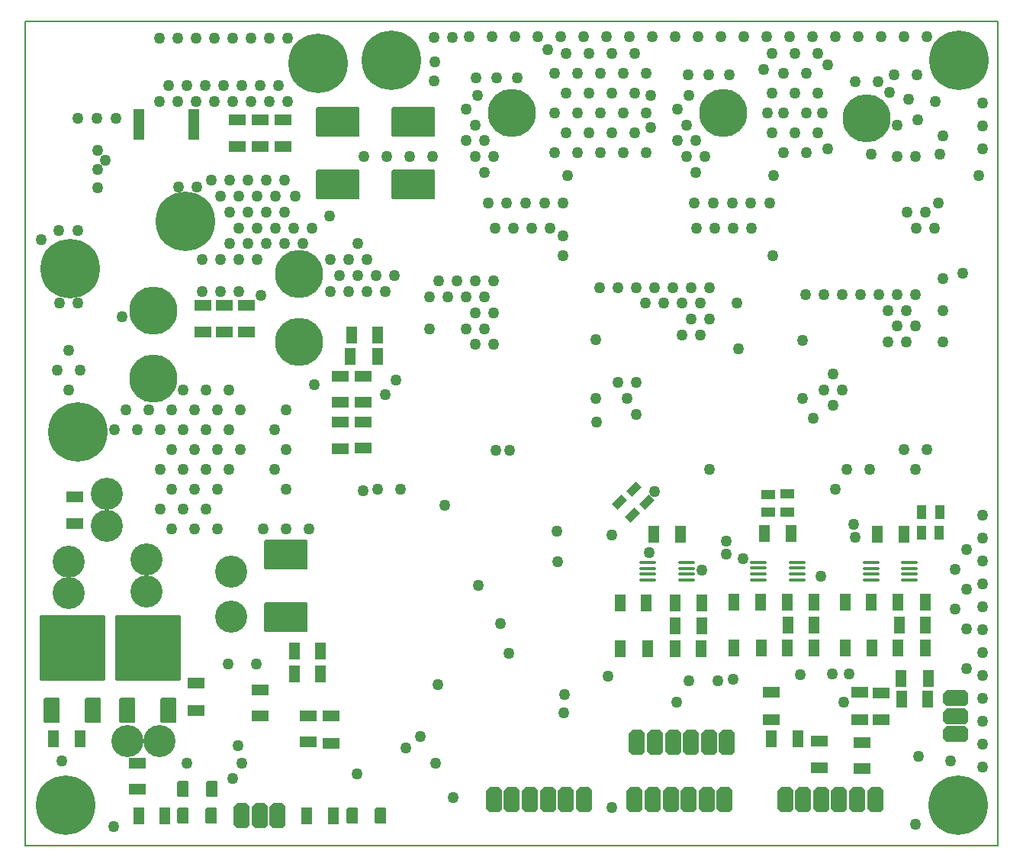
<source format=gbr>
G04 PROTEUS RS274X GERBER FILE*
%FSLAX45Y45*%
%MOMM*%
G01*
%ADD56C,1.270000*%
%ADD18C,1.016000*%
%ADD59C,5.334000*%
%AMPPAD075*
4,1,4,
0.571500,0.901700,
-0.571500,0.901700,
-0.571500,-0.901700,
0.571500,-0.901700,
0.571500,0.901700,
0*%
%ADD85PPAD075*%
%AMPPAD076*
4,1,4,
-0.901700,0.571500,
-0.901700,-0.571500,
0.901700,-0.571500,
0.901700,0.571500,
-0.901700,0.571500,
0*%
%ADD86PPAD076*%
%AMPPAD077*
4,1,36,
3.492500,3.619500,
-3.492500,3.619500,
-3.518470,3.616970,
-3.542480,3.609700,
-3.564080,3.598150,
-3.582790,3.582790,
-3.598150,3.564070,
-3.609700,3.542480,
-3.616970,3.518470,
-3.619500,3.492500,
-3.619500,-3.492500,
-3.616970,-3.518470,
-3.609700,-3.542480,
-3.598150,-3.564070,
-3.582790,-3.582790,
-3.564080,-3.598150,
-3.542480,-3.609700,
-3.518470,-3.616970,
-3.492500,-3.619500,
3.492500,-3.619500,
3.518470,-3.616970,
3.542480,-3.609700,
3.564080,-3.598150,
3.582790,-3.582790,
3.598150,-3.564070,
3.609700,-3.542480,
3.616970,-3.518470,
3.619500,-3.492500,
3.619500,3.492500,
3.616970,3.518470,
3.609700,3.542480,
3.598150,3.564070,
3.582790,3.582790,
3.564080,3.598150,
3.542480,3.609700,
3.518470,3.616970,
3.492500,3.619500,
0*%
%ADD87PPAD077*%
%AMPPAD078*
4,1,36,
0.762000,1.397000,
-0.762000,1.397000,
-0.787970,1.394470,
-0.811980,1.387200,
-0.833580,1.375650,
-0.852290,1.360290,
-0.867650,1.341570,
-0.879200,1.319980,
-0.886470,1.295970,
-0.889000,1.270000,
-0.889000,-1.270000,
-0.886470,-1.295970,
-0.879200,-1.319980,
-0.867650,-1.341570,
-0.852290,-1.360290,
-0.833580,-1.375650,
-0.811980,-1.387200,
-0.787970,-1.394470,
-0.762000,-1.397000,
0.762000,-1.397000,
0.787970,-1.394470,
0.811980,-1.387200,
0.833580,-1.375650,
0.852290,-1.360290,
0.867650,-1.341570,
0.879200,-1.319980,
0.886470,-1.295970,
0.889000,-1.270000,
0.889000,1.270000,
0.886470,1.295970,
0.879200,1.319980,
0.867650,1.341570,
0.852290,1.360290,
0.833580,1.375650,
0.811980,1.387200,
0.787970,1.394470,
0.762000,1.397000,
0*%
%ADD88PPAD078*%
%ADD65C,6.604000*%
%AMPPAD039*
4,1,36,
0.901700,-0.025400,
0.901700,0.025400,
0.898160,0.061750,
0.887980,0.095370,
0.871810,0.125600,
0.850300,0.151800,
0.824110,0.173310,
0.793870,0.189480,
0.760250,0.199660,
0.723900,0.203200,
-0.723900,0.203200,
-0.760250,0.199660,
-0.793870,0.189480,
-0.824110,0.173310,
-0.850300,0.151800,
-0.871810,0.125600,
-0.887980,0.095370,
-0.898160,0.061750,
-0.901700,0.025400,
-0.901700,-0.025400,
-0.898160,-0.061750,
-0.887980,-0.095370,
-0.871810,-0.125600,
-0.850300,-0.151800,
-0.824110,-0.173310,
-0.793870,-0.189480,
-0.760250,-0.199660,
-0.723900,-0.203200,
0.723900,-0.203200,
0.760250,-0.199660,
0.793870,-0.189480,
0.824110,-0.173310,
0.850300,-0.151800,
0.871810,-0.125600,
0.887980,-0.095370,
0.898160,-0.061750,
0.901700,-0.025400,
0*%
%ADD45PPAD039*%
%AMPPAD079*
4,1,36,
-0.508000,-0.889000,
0.508000,-0.889000,
0.533970,-0.886470,
0.557980,-0.879200,
0.579580,-0.867650,
0.598290,-0.852290,
0.613650,-0.833570,
0.625200,-0.811980,
0.632470,-0.787970,
0.635000,-0.762000,
0.635000,0.762000,
0.632470,0.787970,
0.625200,0.811980,
0.613650,0.833570,
0.598290,0.852290,
0.579580,0.867650,
0.557980,0.879200,
0.533970,0.886470,
0.508000,0.889000,
-0.508000,0.889000,
-0.533970,0.886470,
-0.557980,0.879200,
-0.579580,0.867650,
-0.598290,0.852290,
-0.613650,0.833570,
-0.625200,0.811980,
-0.632470,0.787970,
-0.635000,0.762000,
-0.635000,-0.762000,
-0.632470,-0.787970,
-0.625200,-0.811980,
-0.613650,-0.833570,
-0.598290,-0.852290,
-0.579580,-0.867650,
-0.557980,-0.879200,
-0.533970,-0.886470,
-0.508000,-0.889000,
0*%
%ADD89PPAD079*%
%AMPPAD067*
4,1,8,
-1.397000,-0.509800,
-1.397000,0.509800,
-1.017800,0.889000,
1.017800,0.889000,
1.397000,0.509800,
1.397000,-0.509800,
1.017800,-0.889000,
-1.017800,-0.889000,
-1.397000,-0.509800,
0*%
%ADD77PPAD067*%
%AMPPAD068*
4,1,8,
-0.509800,1.397000,
0.509800,1.397000,
0.889000,1.017800,
0.889000,-1.017800,
0.509800,-1.397000,
-0.509800,-1.397000,
-0.889000,-1.017800,
-0.889000,1.017800,
-0.509800,1.397000,
0*%
%ADD78PPAD068*%
%ADD79C,3.556000*%
%AMPPAD080*
4,1,36,
-2.413000,-1.524000,
-2.413000,1.524000,
-2.410470,1.549970,
-2.403200,1.573980,
-2.391650,1.595580,
-2.376290,1.614290,
-2.357570,1.629650,
-2.335980,1.641200,
-2.311970,1.648470,
-2.286000,1.651000,
2.286000,1.651000,
2.311970,1.648470,
2.335980,1.641200,
2.357570,1.629650,
2.376290,1.614290,
2.391650,1.595580,
2.403200,1.573980,
2.410470,1.549970,
2.413000,1.524000,
2.413000,-1.524000,
2.410470,-1.549970,
2.403200,-1.573980,
2.391650,-1.595580,
2.376290,-1.614290,
2.357570,-1.629650,
2.335980,-1.641200,
2.311970,-1.648470,
2.286000,-1.651000,
-2.286000,-1.651000,
-2.311970,-1.648470,
-2.335980,-1.641200,
-2.357570,-1.629650,
-2.376290,-1.614290,
-2.391650,-1.595580,
-2.403200,-1.573980,
-2.410470,-1.549970,
-2.413000,-1.524000,
0*%
%ADD90PPAD080*%
%AMPPAD081*
4,1,4,
0.844140,0.179610,
0.179610,0.844140,
-0.844140,-0.179610,
-0.179610,-0.844140,
0.844140,0.179610,
0*%
%ADD91PPAD081*%
%AMPPAD082*
4,1,4,
0.723900,-0.469900,
0.723900,0.469900,
-0.723900,0.469900,
-0.723900,-0.469900,
0.723900,-0.469900,
0*%
%ADD92PPAD082*%
%AMPPAD083*
4,1,4,
-0.469900,-0.723900,
0.469900,-0.723900,
0.469900,0.723900,
-0.469900,0.723900,
-0.469900,-0.723900,
0*%
%ADD93PPAD083*%
%AMPPAD084*
4,1,4,
-0.622300,-1.701800,
0.622300,-1.701800,
0.622300,1.701800,
-0.622300,1.701800,
-0.622300,-1.701800,
0*%
%ADD94PPAD084*%
%ADD41C,0.203200*%
D56*
X+4013200Y+1052310D03*
X+3911600Y+1228286D03*
X+4114800Y+1228286D03*
X+3810000Y+1404262D03*
X+4013200Y+1404262D03*
X+3911600Y+1580238D03*
X+3810000Y+1756214D03*
X+3937000Y+1905000D03*
X+8597900Y+1228286D03*
X+8801100Y+1228286D03*
X+8597900Y+1580238D03*
X+8724900Y+1866900D03*
X+6363969Y+1052310D03*
X+6262369Y+1228286D03*
X+6465569Y+1228286D03*
X+6160769Y+1404262D03*
X+6363969Y+1404262D03*
X+6262369Y+1580238D03*
X+6160769Y+1756214D03*
X+6286500Y+1905000D03*
X+7747000Y-3429000D03*
X+6428649Y-3363510D03*
X+8305800Y+1257545D03*
X+9067800Y+1257545D03*
X+8509000Y+1943100D03*
X+8559800Y+2137425D03*
X+8813800Y+2137425D03*
X+7519052Y-4519896D03*
X+7874000Y-4508500D03*
X+5384021Y-4535575D03*
X+4283159Y-4283011D03*
X+4826045Y-3267760D03*
X+2667000Y-2476500D03*
X+7543800Y-812800D03*
X+8127850Y-2993866D03*
X+8118219Y-2853714D03*
X+5249412Y-804176D03*
X+6696244Y-3035770D03*
X+5257800Y-1714500D03*
X+5905500Y-2489200D03*
X+6698805Y-3180794D03*
X+7664736Y-1676863D03*
X+8826500Y+1638300D03*
X+9105900Y+1460500D03*
X+8802625Y-6177544D03*
X+8064500Y-4508500D03*
X+8001000Y-4826000D03*
X+6286500Y-4584700D03*
X+6604000Y-4584700D03*
X+6153231Y-4826944D03*
X+6778656Y-4571579D03*
X+3944752Y-3532550D03*
X+5431385Y-2971800D03*
X+5842000Y-3162300D03*
X+6883138Y-3230089D03*
X+6832600Y-901700D03*
D18*
X+5249124Y-1453322D03*
D56*
X+3850575Y+2560320D03*
X+4104575Y+2560320D03*
X+4358575Y+2560320D03*
X+4612575Y+2560320D03*
X+4866575Y+2560320D03*
X+5120575Y+2560320D03*
X+5374575Y+2560320D03*
X+5628575Y+2560320D03*
X+5882575Y+2560320D03*
X+6136575Y+2560320D03*
X+6390575Y+2560320D03*
X+6644575Y+2560320D03*
X+6898575Y+2560320D03*
X+7152575Y+2560320D03*
X+7406575Y+2560320D03*
X+7660575Y+2560320D03*
X+7914575Y+2560320D03*
X+8168575Y+2560320D03*
X+8422575Y+2560320D03*
X+8676575Y+2560320D03*
X+8930575Y+2560320D03*
X+9545320Y+1821839D03*
X+9545320Y+1567839D03*
X+9545320Y+1313839D03*
X+9545320Y-2750161D03*
X+9545320Y-3004161D03*
X+9545320Y-3258161D03*
X+9545320Y-3512161D03*
X+9545320Y-3766161D03*
X+9545320Y-4020161D03*
X+9545320Y-4274161D03*
X+9545320Y-4528161D03*
X+9545320Y-4782161D03*
X+9545320Y-5036161D03*
X+9545320Y-5290161D03*
X+9545320Y-5544161D03*
X+5430518Y-5990308D03*
X+9367518Y-4450518D03*
X+9367518Y-4010578D03*
X+9240518Y-3790608D03*
X+9367518Y-3570638D03*
X+9240518Y-3350668D03*
X+9367518Y-3130698D03*
X+4795518Y+1268702D03*
X+5049518Y+1268702D03*
X+5303518Y+1268702D03*
X+5557518Y+1268702D03*
X+5811518Y+1268702D03*
X+7335518Y+1268702D03*
X+7589518Y+1268702D03*
X+4922518Y+1488672D03*
X+5176518Y+1488672D03*
X+5430518Y+1488672D03*
X+5684518Y+1488672D03*
X+7208518Y+1488672D03*
X+7462518Y+1488672D03*
X+7716518Y+1488672D03*
X+4795518Y+1708642D03*
X+5049518Y+1708642D03*
X+5303518Y+1708642D03*
X+5557518Y+1708642D03*
X+5811518Y+1708642D03*
X+7335518Y+1708642D03*
X+7589518Y+1708642D03*
X+4922518Y+1928612D03*
X+5176518Y+1928612D03*
X+5430518Y+1928612D03*
X+5684518Y+1928612D03*
X+7208518Y+1928612D03*
X+7462518Y+1928612D03*
X+7716518Y+1928612D03*
X+4795518Y+2148582D03*
X+5049518Y+2148582D03*
X+5303518Y+2148582D03*
X+5557518Y+2148582D03*
X+5811518Y+2148582D03*
X+7335518Y+2148582D03*
X+7589518Y+2148582D03*
X+4922518Y+2368552D03*
X+5176518Y+2368552D03*
X+5430518Y+2368552D03*
X+5684518Y+2368552D03*
X+7208518Y+2368552D03*
X+7462518Y+2368552D03*
X+7716518Y+2368552D03*
X+5249412Y-1454150D03*
X+7545632Y-1454630D03*
X+2602489Y-5621043D03*
X+7226300Y+1016000D03*
X+7213600Y+127000D03*
X+4940300Y+1016000D03*
X+4889500Y+127000D03*
X+9321800Y-63500D03*
X+9499600Y+1016000D03*
X+8831424Y-5427206D03*
X+3034848Y-1251986D03*
X+3576345Y-2643122D03*
X+4818888Y-2925288D03*
X+9016999Y+1837037D03*
X+8127999Y+2057007D03*
X+8381999Y+2057007D03*
X+3924300Y+2105292D03*
X+4152900Y+2105292D03*
X+4381500Y+2105292D03*
X+6273914Y+2139798D03*
X+6502514Y+2139798D03*
X+6731114Y+2139798D03*
X+3500118Y-4626494D03*
X+7157718Y+1708642D03*
X+7767318Y+1708642D03*
X+4719318Y+2412546D03*
X+1021080Y+1841696D03*
X+1224280Y+1841696D03*
X+1427480Y+1841696D03*
X+1630680Y+1841696D03*
X+1833880Y+1841696D03*
X+513080Y+2017672D03*
X+716280Y+2017672D03*
X+919480Y+2017672D03*
X+1122680Y+2017672D03*
X+1325880Y+2017672D03*
X+1529080Y+2017672D03*
X+1732280Y+2017672D03*
X+411480Y+2545600D03*
X+614680Y+2545600D03*
X+817880Y+2545600D03*
X+1021080Y+2545600D03*
X+1224280Y+2545600D03*
X+1427480Y+2545600D03*
X+1630680Y+2545600D03*
X+1833880Y+2545600D03*
X+886143Y-266666D03*
X+1089343Y-266666D03*
X+1292543Y-266666D03*
X+2308543Y-266666D03*
X+2511743Y-266666D03*
X+2714943Y-266666D03*
X+2918143Y-266666D03*
X+2410143Y-90690D03*
X+2613343Y-90690D03*
X+2816543Y-90690D03*
X+3019743Y-90690D03*
X+886143Y+85286D03*
X+1089343Y+85286D03*
X+1292543Y+85286D03*
X+1495743Y+85286D03*
X+2308543Y+85286D03*
X+2511743Y+85286D03*
X+2714943Y+85286D03*
X+1190943Y+261262D03*
X+1394143Y+261262D03*
X+1597343Y+261262D03*
X+1800543Y+261262D03*
X+2003743Y+261262D03*
X+2613343Y+261262D03*
X+1292543Y+437238D03*
X+1495743Y+437238D03*
X+1698943Y+437238D03*
X+1902143Y+437238D03*
X+2105343Y+437238D03*
X+4137343Y+437238D03*
X+4340543Y+437238D03*
X+4543743Y+437238D03*
X+4746943Y+437238D03*
X+6372543Y+437238D03*
X+6575743Y+437238D03*
X+6778943Y+437238D03*
X+6982143Y+437238D03*
X+8810943Y+437238D03*
X+9014143Y+437238D03*
X+1190943Y+613214D03*
X+1394143Y+613214D03*
X+1597343Y+613214D03*
X+1800543Y+613214D03*
X+8709343Y+613214D03*
X+8912543Y+613214D03*
X+1089343Y+789190D03*
X+1292543Y+789190D03*
X+1495743Y+789190D03*
X+1698943Y+789190D03*
X+987743Y+965166D03*
X+1190943Y+965166D03*
X+1394143Y+965166D03*
X+1597343Y+965166D03*
X+1800543Y+965166D03*
X+7828280Y+1317455D03*
X+7117080Y+2197335D03*
X+3459480Y+2549287D03*
X+3662680Y+2549287D03*
X+4191000Y-3949700D03*
X+3472115Y-5497269D03*
X+3671704Y-5885200D03*
X+2130561Y-1303277D03*
X+2915774Y-1409717D03*
X+411480Y+1841696D03*
X+614680Y+1841696D03*
X+817880Y+1841696D03*
X-701040Y-395875D03*
X-497840Y-395875D03*
X-904240Y+308029D03*
X-193040Y+1187909D03*
X-96520Y-6201665D03*
X+1224280Y-5673737D03*
X+716280Y-5497761D03*
X+1325880Y-5497761D03*
X+3459480Y+2069207D03*
X+7828280Y+2245183D03*
X-5081Y-548813D03*
X+4889499Y+353062D03*
X+4056379Y+713812D03*
X+4264659Y+713812D03*
X+4472939Y+713812D03*
X+4681219Y+713812D03*
X+4889499Y+713812D03*
X+6347459Y+713812D03*
X+6555739Y+713812D03*
X+6764019Y+713812D03*
X+6972299Y+713812D03*
X+7180579Y+713812D03*
X+9055099Y+713812D03*
X+619759Y+894187D03*
X+828039Y+894187D03*
X-492760Y+1654722D03*
X-284480Y+1654722D03*
X-76200Y+1654722D03*
X+9192260Y-5478721D03*
X+1485900Y-4396471D03*
X+3464560Y+2277404D03*
X+1277620Y-5306641D03*
X+1173480Y-4404766D03*
X+5859780Y+1547609D03*
X+5859780Y+1908359D03*
X-706169Y+406400D03*
X-497889Y+406400D03*
X-279400Y+878585D03*
X-279400Y+1086865D03*
X-279400Y+1295145D03*
X+3913451Y-857244D03*
X+4116651Y-857244D03*
X+3405451Y-681268D03*
X+3811851Y-681268D03*
X+4015051Y-681268D03*
X+3913451Y-505292D03*
X+4116651Y-505292D03*
X+3405451Y-329316D03*
X+3608651Y-329316D03*
X+3811851Y-329316D03*
X+4015051Y-329316D03*
X+3507051Y-153340D03*
X+3710251Y-153340D03*
X+3913451Y-153340D03*
X+4116651Y-153340D03*
X+5697295Y-1631085D03*
X+5595695Y-1455109D03*
X+5494095Y-1279133D03*
X+5697295Y-1279133D03*
X+6205295Y-751205D03*
X+6408495Y-751205D03*
X+6306895Y-575229D03*
X+6510095Y-575229D03*
X+5798895Y-399253D03*
X+6002095Y-399253D03*
X+6205295Y-399253D03*
X+6408495Y-399253D03*
X+6814895Y-399253D03*
X+5290895Y-223277D03*
X+5494095Y-223277D03*
X+5697295Y-223277D03*
X+5900495Y-223277D03*
X+6103695Y-223277D03*
X+6306895Y-223277D03*
X+6510095Y-223277D03*
X+7881619Y-1533571D03*
X+7780019Y-1357595D03*
X+7983219Y-1357595D03*
X+7881619Y-1181619D03*
X+8491219Y-829667D03*
X+8694419Y-829667D03*
X+9100819Y-829667D03*
X+8592819Y-653691D03*
X+8796019Y-653691D03*
X+8491219Y-477715D03*
X+8694419Y-477715D03*
X+9100819Y-477715D03*
X+7576819Y-301739D03*
X+7780019Y-301739D03*
X+7983219Y-301739D03*
X+8186419Y-301739D03*
X+8389619Y-301739D03*
X+8592819Y-301739D03*
X+8796019Y-301739D03*
X+9100819Y-125763D03*
D18*
X-672147Y-5478139D03*
D56*
X+4292600Y-2032000D03*
X+4895850Y-4946650D03*
X+3145817Y-5333103D03*
X+3302000Y-5207000D03*
X+4902200Y-4737100D03*
X+4140200Y-2032000D03*
X+1537861Y-309908D03*
X+2299861Y+569972D03*
X+1918861Y+789942D03*
X+2680861Y+1229882D03*
X+2934861Y+1229882D03*
X+3188861Y+1229882D03*
X+3442861Y+1229882D03*
X-672147Y-5473700D03*
X+541019Y-2904531D03*
X+795019Y-2904531D03*
X+1049019Y-2904531D03*
X+1557019Y-2904531D03*
X+1811019Y-2904531D03*
X+2065019Y-2904531D03*
X+414019Y-2684561D03*
X+668019Y-2684561D03*
X+922019Y-2684561D03*
X+541019Y-2464591D03*
X+795019Y-2464591D03*
X+1049019Y-2464591D03*
X+1811019Y-2464591D03*
X+2827019Y-2464591D03*
X+3081019Y-2464591D03*
X+7907019Y-2464591D03*
X+414019Y-2244621D03*
X+668019Y-2244621D03*
X+922019Y-2244621D03*
X+1176019Y-2244621D03*
X+1684019Y-2244621D03*
X+6510019Y-2244621D03*
X+8034019Y-2244621D03*
X+8288019Y-2244621D03*
X+8796019Y-2244621D03*
X+541019Y-2024651D03*
X+795019Y-2024651D03*
X+1049019Y-2024651D03*
X+1303019Y-2024651D03*
X+1811019Y-2024651D03*
X+8669019Y-2024651D03*
X+8923019Y-2024651D03*
X-93981Y-1804681D03*
X+160019Y-1804681D03*
X+414019Y-1804681D03*
X+668019Y-1804681D03*
X+922019Y-1804681D03*
X+1176019Y-1804681D03*
X+1684019Y-1804681D03*
X+33019Y-1584711D03*
X+287019Y-1584711D03*
X+541019Y-1584711D03*
X+795019Y-1584711D03*
X+1049019Y-1584711D03*
X+1303019Y-1584711D03*
X+1811019Y-1584711D03*
X-601981Y-1364741D03*
X+668019Y-1364741D03*
X+922019Y-1364741D03*
X+1176019Y-1364741D03*
X-728981Y-1144771D03*
X-474981Y-1144771D03*
X-601981Y-924801D03*
D59*
X+4318000Y+1714500D03*
X+6667500Y+1714500D03*
X+8255000Y+1651000D03*
D85*
X+2827300Y-990600D03*
X+2527300Y-990600D03*
X+2542100Y-749300D03*
X+2832100Y-749300D03*
D86*
X+2667000Y-1206500D03*
X+2667000Y-1496500D03*
D87*
X-553200Y-4224020D03*
D88*
X-324600Y-4914900D03*
X-781800Y-4914900D03*
D87*
X+285000Y-4224020D03*
D88*
X+513600Y-4914900D03*
X+56400Y-4914900D03*
D86*
X+1275080Y+1337438D03*
X+1275080Y+1637438D03*
X+1783080Y+1337438D03*
X+1783080Y+1637438D03*
X+1529080Y+1337438D03*
X+1529080Y+1637438D03*
X+1371600Y-719100D03*
X+1371600Y-419100D03*
X+889000Y-719100D03*
X+889000Y-419100D03*
X+1130300Y-719100D03*
X+1130300Y-419100D03*
D65*
X-495300Y-1828800D03*
X-580503Y-12700D03*
D85*
X-469100Y-5232400D03*
X-769100Y-5232400D03*
D86*
X+818400Y-4914900D03*
X+818400Y-4614900D03*
X+2413000Y-1714500D03*
X+2413000Y-2014500D03*
X+2667000Y-1714500D03*
X+2667000Y-2004500D03*
X+2413000Y-1206500D03*
X+2413000Y-1496500D03*
D45*
X+6259000Y-3273402D03*
X+6259000Y-3338402D03*
X+6259000Y-3403402D03*
X+6259000Y-3468402D03*
X+5829000Y-3468402D03*
X+5829000Y-3403402D03*
X+5829000Y-3338402D03*
X+5829000Y-3273402D03*
X+7486107Y-3273033D03*
X+7486107Y-3338033D03*
X+7486107Y-3403033D03*
X+7486107Y-3468033D03*
X+7056107Y-3468033D03*
X+7056107Y-3403033D03*
X+7056107Y-3338033D03*
X+7056107Y-3273033D03*
X+8735869Y-3274533D03*
X+8735869Y-3339533D03*
X+8735869Y-3404533D03*
X+8735869Y-3469533D03*
X+8305869Y-3469533D03*
X+8305869Y-3404533D03*
X+8305869Y-3339533D03*
X+8305869Y-3274533D03*
D85*
X+6195500Y-2957402D03*
X+5895500Y-2957402D03*
X+7422607Y-2957033D03*
X+7122607Y-2957033D03*
X+8672369Y-2958533D03*
X+8372369Y-2958533D03*
X+6432000Y-3719402D03*
X+6132000Y-3719402D03*
X+7676607Y-3719033D03*
X+7376607Y-3719033D03*
X+8908869Y-3719033D03*
X+8608869Y-3719033D03*
X+6432000Y-3973402D03*
X+6132000Y-3973402D03*
X+5824500Y-4227402D03*
X+5524500Y-4227402D03*
X+5524500Y-3719402D03*
X+5814500Y-3719402D03*
X+6422000Y-4227402D03*
X+6132000Y-4227402D03*
X+6787607Y-3719033D03*
X+7077607Y-3719033D03*
X+7676607Y-3973033D03*
X+7386607Y-3973033D03*
X+8019869Y-3719033D03*
X+8309869Y-3719033D03*
X+8908869Y-3973033D03*
X+8618869Y-3973033D03*
X+7087607Y-4227033D03*
X+6787607Y-4227033D03*
X+7676607Y-4227033D03*
X+7376607Y-4227033D03*
X+8319869Y-4227033D03*
X+8019869Y-4227033D03*
X+8908869Y-4227033D03*
X+8608869Y-4227033D03*
D86*
X+7200900Y-4716500D03*
X+7200900Y-5016500D03*
X+8178800Y-4715376D03*
X+8178800Y-5015376D03*
X+2311400Y-4978400D03*
X+2311400Y-5278400D03*
X-533400Y-2844800D03*
X-533400Y-2544800D03*
D89*
X+673100Y-6083300D03*
X+988060Y-6083300D03*
D77*
X+9245600Y-5181500D03*
X+9245600Y-4981500D03*
X+9245600Y-4781500D03*
D86*
X+8204200Y-5272600D03*
X+8204200Y-5562600D03*
D85*
X+7203000Y-5232400D03*
X+7493000Y-5232400D03*
D86*
X+7731100Y-5259900D03*
X+7731100Y-5549900D03*
D85*
X+8643416Y-4793216D03*
X+8933416Y-4793216D03*
X+467800Y-6083300D03*
X+177800Y-6083300D03*
X+1905000Y-4508500D03*
X+2195000Y-4508500D03*
X+1905000Y-4254500D03*
X+2195000Y-4254500D03*
D86*
X+2057400Y-5268400D03*
X+2057400Y-4978400D03*
X+1524000Y-4686300D03*
X+1524000Y-4976300D03*
D78*
X+8356500Y-5905500D03*
X+8156500Y-5905500D03*
X+7956500Y-5905500D03*
X+7756500Y-5905500D03*
X+7556500Y-5905500D03*
X+7356500Y-5905500D03*
D65*
X+2169810Y+2259156D03*
X+700394Y+507979D03*
D59*
X+1955800Y-76200D03*
X+1955800Y-826200D03*
X+342900Y-482600D03*
X+342900Y-1232600D03*
D65*
X+9283700Y+2298700D03*
X+2984500Y+2298700D03*
X+9271000Y-5969000D03*
X-635000Y-5969000D03*
D78*
X+4124500Y-5905500D03*
X+4324500Y-5905500D03*
X+4524500Y-5905500D03*
X+4724500Y-5905500D03*
X+4924500Y-5905500D03*
X+5124500Y-5905500D03*
X+5686500Y-5905500D03*
X+5886500Y-5905500D03*
X+6086500Y-5905500D03*
X+6286500Y-5905500D03*
X+6486500Y-5905500D03*
X+6686500Y-5905500D03*
X+5712000Y-5270500D03*
X+5912000Y-5270500D03*
X+6112000Y-5270500D03*
X+6312000Y-5270500D03*
X+6512000Y-5270500D03*
X+6712000Y-5270500D03*
X+1722985Y-6086392D03*
X+1522985Y-6086392D03*
X+1322985Y-6086392D03*
D79*
X+1206500Y-3873500D03*
X+1206500Y-3373500D03*
D90*
X+1816100Y-3187700D03*
X+1816100Y-3887700D03*
D79*
X-177800Y-2514600D03*
X-177800Y-2864600D03*
X-596900Y-3613900D03*
X-596900Y-3263900D03*
X+56400Y-5257800D03*
X+406400Y-5257800D03*
X+266700Y-3594100D03*
X+266700Y-3244100D03*
D91*
X+5660311Y-2750411D03*
X+5518890Y-2608990D03*
X+5816600Y-2603500D03*
X+5675178Y-2462078D03*
D92*
X+7162800Y-2717800D03*
X+7162800Y-2517800D03*
X+7378700Y-2714600D03*
X+7378700Y-2514600D03*
D93*
X+8867800Y-2717800D03*
X+9067800Y-2717800D03*
X+8864600Y-2946400D03*
X+9064600Y-2946400D03*
D89*
X+2552700Y-6083300D03*
X+2867660Y-6083300D03*
D85*
X+2336800Y-6083300D03*
X+2046800Y-6083300D03*
D89*
X+675640Y-5791200D03*
X+990600Y-5791200D03*
D86*
X+165100Y-5791200D03*
X+165100Y-5501200D03*
D94*
X+177800Y+1587500D03*
X+787800Y+1587500D03*
D85*
X+8940800Y-4559300D03*
X+8640800Y-4559300D03*
D86*
X+8420100Y-4726500D03*
X+8420100Y-5016500D03*
D90*
X+3225800Y+914400D03*
X+3225800Y+1614400D03*
X+2387600Y+912900D03*
X+2387600Y+1612900D03*
D41*
X-1079500Y-6413500D02*
X+9715500Y-6413500D01*
X+9715500Y+2730500D01*
X-1079500Y+2730500D01*
X-1079500Y-6413500D01*
M02*

</source>
